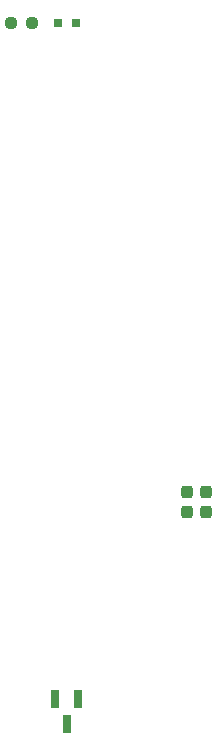
<source format=gbr>
G04 #@! TF.GenerationSoftware,KiCad,Pcbnew,7.0.11+dfsg-1build4*
G04 #@! TF.CreationDate,2024-11-02T00:26:48+09:00*
G04 #@! TF.ProjectId,bionic-tms7000,62696f6e-6963-42d7-946d-73373030302e,3*
G04 #@! TF.SameCoordinates,Original*
G04 #@! TF.FileFunction,Paste,Top*
G04 #@! TF.FilePolarity,Positive*
%FSLAX46Y46*%
G04 Gerber Fmt 4.6, Leading zero omitted, Abs format (unit mm)*
G04 Created by KiCad (PCBNEW 7.0.11+dfsg-1build4) date 2024-11-02 00:26:48*
%MOMM*%
%LPD*%
G01*
G04 APERTURE LIST*
G04 Aperture macros list*
%AMRoundRect*
0 Rectangle with rounded corners*
0 $1 Rounding radius*
0 $2 $3 $4 $5 $6 $7 $8 $9 X,Y pos of 4 corners*
0 Add a 4 corners polygon primitive as box body*
4,1,4,$2,$3,$4,$5,$6,$7,$8,$9,$2,$3,0*
0 Add four circle primitives for the rounded corners*
1,1,$1+$1,$2,$3*
1,1,$1+$1,$4,$5*
1,1,$1+$1,$6,$7*
1,1,$1+$1,$8,$9*
0 Add four rect primitives between the rounded corners*
20,1,$1+$1,$2,$3,$4,$5,0*
20,1,$1+$1,$4,$5,$6,$7,0*
20,1,$1+$1,$6,$7,$8,$9,0*
20,1,$1+$1,$8,$9,$2,$3,0*%
G04 Aperture macros list end*
%ADD10RoundRect,0.237500X0.237500X-0.300000X0.237500X0.300000X-0.237500X0.300000X-0.237500X-0.300000X0*%
%ADD11R,0.762000X0.711200*%
%ADD12R,0.660400X1.625600*%
%ADD13RoundRect,0.237500X0.250000X0.237500X-0.250000X0.237500X-0.250000X-0.237500X0.250000X-0.237500X0*%
G04 APERTURE END LIST*
D10*
X125130000Y-113153500D03*
X125130000Y-111428500D03*
D11*
X114195300Y-71778000D03*
X115744700Y-71778000D03*
D10*
X126781000Y-113153500D03*
X126781000Y-111428500D03*
D12*
X115920001Y-129005000D03*
X114019999Y-129005000D03*
X114970000Y-131137000D03*
D13*
X112072500Y-71778000D03*
X110247500Y-71778000D03*
M02*

</source>
